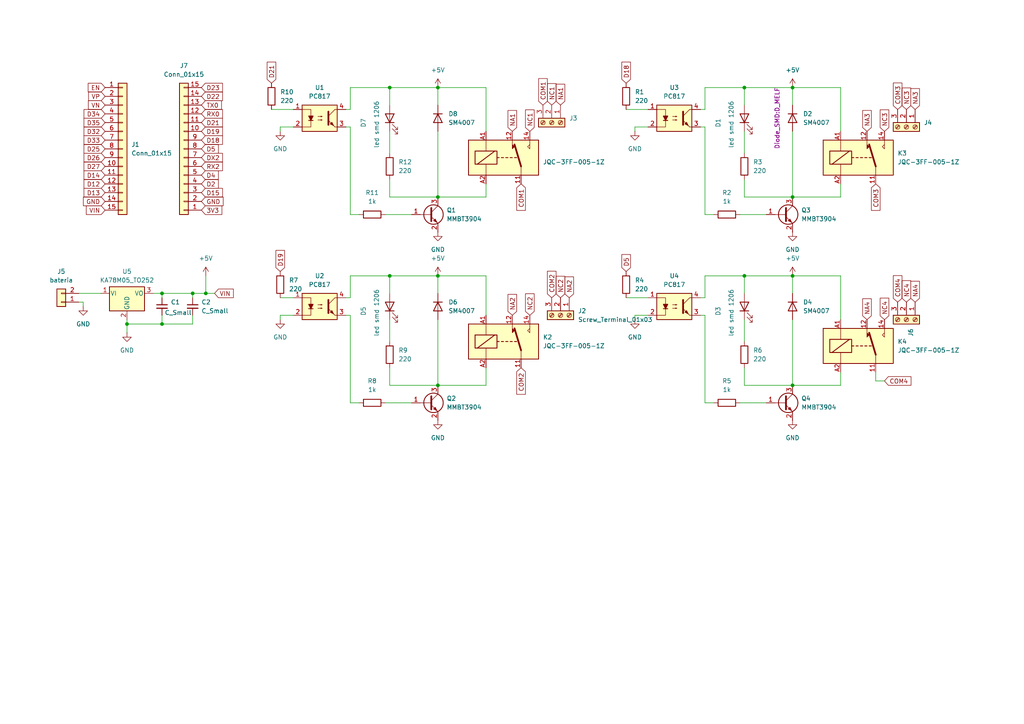
<source format=kicad_sch>
(kicad_sch (version 20250114) (generator "eeschema") (generator_version "9.0")
  (paper "A4")
  (lib_symbols
    (symbol "Connector:Screw_Terminal_01x03" (pin_names (offset 1.016) (hide yes))
      (property "Reference" "J" (at 0 5.08 0))
      (property "Value" "Screw_Terminal_01x03" (at 0 -5.08 0))
      (symbol "Screw_Terminal_01x03_1_1"
        (rectangle (start -1.27 3.81) (end 1.27 -3.81) (stroke (width 0.254)) (fill (type background)))
        (polyline (pts (xy -0.5334 2.8702) (xy 0.3302 2.032)) (stroke (width 0.1524)))
        (polyline (pts (xy -0.5334 0.3302) (xy 0.3302 -0.508)) (stroke (width 0.1524)))
        (polyline (pts (xy -0.5334 -2.2098) (xy 0.3302 -3.048)) (stroke (width 0.1524)))
        (polyline (pts (xy -0.3556 3.048) (xy 0.508 2.2098)) (stroke (width 0.1524)))
        (polyline (pts (xy -0.3556 0.508) (xy 0.508 -0.3302)) (stroke (width 0.1524)))
        (polyline (pts (xy -0.3556 -2.032) (xy 0.508 -2.8702)) (stroke (width 0.1524)))
        (circle (center 0 2.54) (radius 0.635) (stroke (width 0.1524)))
        (circle (center 0 0) (radius 0.635) (stroke (width 0.1524)))
        (circle (center 0 -2.54) (radius 0.635) (stroke (width 0.1524)))
        (pin passive line (at -5.08 2.54 0) (length 3.81) (name "Pin_1") (number "1"))
        (pin passive line (at -5.08 0 0) (length 3.81) (name "Pin_2") (number "2"))
        (pin passive line (at -5.08 -2.54 0) (length 3.81) (name "Pin_3") (number "3"))
      )
    )
    (symbol "Connector_Generic:Conn_01x02" (pin_names (offset 1.016) (hide yes))
      (property "Reference" "J" (at 0 2.54 0))
      (property "Value" "Conn_01x02" (at 0 -5.08 0))
      (symbol "Conn_01x02_1_1"
        (rectangle (start -1.27 1.27) (end 1.27 -3.81) (stroke (width 0.254)) (fill (type background)))
        (rectangle (start -1.27 0.127) (end 0 -0.127) (stroke (width 0.1524)))
        (rectangle (start -1.27 -2.413) (end 0 -2.667) (stroke (width 0.1524)))
        (pin passive line (at -5.08 0 0) (length 3.81) (name "Pin_1") (number "1"))
        (pin passive line (at -5.08 -2.54 0) (length 3.81) (name "Pin_2") (number "2"))
      )
    )
    (symbol "Connector_Generic:Conn_01x15" (pin_names (offset 1.016) (hide yes))
      (property "Reference" "J" (at 0 20.32 0))
      (property "Value" "Conn_01x15" (at 0 -20.32 0))
      (symbol "Conn_01x15_1_1"
        (rectangle (start -1.27 19.05) (end 1.27 -19.05) (stroke (width 0.254)) (fill (type background)))
        (rectangle (start -1.27 17.907) (end 0 17.653) (stroke (width 0.1524)))
        (rectangle (start -1.27 15.367) (end 0 15.113) (stroke (width 0.1524)))
        (rectangle (start -1.27 12.827) (end 0 12.573) (stroke (width 0.1524)))
        (rectangle (start -1.27 10.287) (end 0 10.033) (stroke (width 0.1524)))
        (rectangle (start -1.27 7.747) (end 0 7.493) (stroke (width 0.1524)))
        (rectangle (start -1.27 5.207) (end 0 4.953) (stroke (width 0.1524)))
        (rectangle (start -1.27 2.667) (end 0 2.413) (stroke (width 0.1524)))
        (rectangle (start -1.27 0.127) (end 0 -0.127) (stroke (width 0.1524)))
        (rectangle (start -1.27 -2.413) (end 0 -2.667) (stroke (width 0.1524)))
        (rectangle (start -1.27 -4.953) (end 0 -5.207) (stroke (width 0.1524)))
        (rectangle (start -1.27 -7.493) (end 0 -7.747) (stroke (width 0.1524)))
        (rectangle (start -1.27 -10.033) (end 0 -10.287) (stroke (width 0.1524)))
        (rectangle (start -1.27 -12.573) (end 0 -12.827) (stroke (width 0.1524)))
        (rectangle (start -1.27 -15.113) (end 0 -15.367) (stroke (width 0.1524)))
        (rectangle (start -1.27 -17.653) (end 0 -17.907) (stroke (width 0.1524)))
        (pin passive line (at -5.08 17.78 0) (length 3.81) (name "Pin_1") (number "1"))
        (pin passive line (at -5.08 15.24 0) (length 3.81) (name "Pin_2") (number "2"))
        (pin passive line (at -5.08 12.7 0) (length 3.81) (name "Pin_3") (number "3"))
        (pin passive line (at -5.08 10.16 0) (length 3.81) (name "Pin_4") (number "4"))
        (pin passive line (at -5.08 7.62 0) (length 3.81) (name "Pin_5") (number "5"))
        (pin passive line (at -5.08 5.08 0) (length 3.81) (name "Pin_6") (number "6"))
        (pin passive line (at -5.08 2.54 0) (length 3.81) (name "Pin_7") (number "7"))
        (pin passive line (at -5.08 0 0) (length 3.81) (name "Pin_8") (number "8"))
        (pin passive line (at -5.08 -2.54 0) (length 3.81) (name "Pin_9") (number "9"))
        (pin passive line (at -5.08 -5.08 0) (length 3.81) (name "Pin_10") (number "10"))
        (pin passive line (at -5.08 -7.62 0) (length 3.81) (name "Pin_11") (number "11"))
        (pin passive line (at -5.08 -10.16 0) (length 3.81) (name "Pin_12") (number "12"))
        (pin passive line (at -5.08 -12.7 0) (length 3.81) (name "Pin_13") (number "13"))
        (pin passive line (at -5.08 -15.24 0) (length 3.81) (name "Pin_14") (number "14"))
        (pin passive line (at -5.08 -17.78 0) (length 3.81) (name "Pin_15") (number "15"))
      )
    )
    (symbol "Device:C_Small" (pin_numbers (hide yes)) (pin_names (offset 0.254) (hide yes))
      (property "Reference" "C" (at 0.254 1.778 0))
      (property "Value" "C_Small" (at 0.254 -2.032 0))
      (symbol "C_Small_0_1"
        (polyline (pts (xy -1.524 0.508) (xy 1.524 0.508)) (stroke (width 0.3048)))
        (polyline (pts (xy -1.524 -0.508) (xy 1.524 -0.508)) (stroke (width 0.3302)))
      )
      (symbol "C_Small_1_1"
        (pin passive line (at 0 2.54 270) (length 2.032) (name "~") (number "1"))
        (pin passive line (at 0 -2.54 90) (length 2.032) (name "~") (number "2"))
      )
    )
    (symbol "Device:R" (pin_numbers (hide yes)) (pin_names (offset 0))
      (property "Reference" "R" (at 2.032 0 90))
      (property "Value" "R" (at 0 0 90))
      (symbol "R_0_1"
        (rectangle (start -1.016 -2.54) (end 1.016 2.54) (stroke (width 0.254)))
      )
      (symbol "R_1_1"
        (pin passive line (at 0 3.81 270) (length 1.27) (name "~") (number "1"))
        (pin passive line (at 0 -3.81 90) (length 1.27) (name "~") (number "2"))
      )
    )
    (symbol "Diode:SM4007" (pin_numbers (hide yes)) (pin_names (hide yes))
      (property "Reference" "D" (at 0 2.54 0))
      (property "Value" "SM4007" (at 0 -2.54 0))
      (symbol "SM4007_0_1"
        (polyline (pts (xy -1.27 1.27) (xy -1.27 -1.27)) (stroke (width 0.254)))
        (polyline (pts (xy 1.27 1.27) (xy 1.27 -1.27) (xy -1.27 0) (xy 1.27 1.27)) (stroke (width 0.254)))
        (polyline (pts (xy 1.27 0) (xy -1.27 0)))
      )
      (symbol "SM4007_1_1"
        (pin passive line (at -3.81 0 0) (length 2.54) (name "K") (number "1"))
        (pin passive line (at 3.81 0 180) (length 2.54) (name "A") (number "2"))
      )
    )
    (symbol "EESTN5:PC817" (pin_names (offset 1.016))
      (property "Reference" "U" (at -5.08 5.08 0))
      (property "Value" "PC817" (at 0 5.08 0))
      (symbol "PC817_0_1"
        (rectangle (start -5.08 3.81) (end 5.08 -3.81) (stroke (width 0.254)) (fill (type background)))
        (polyline (pts (xy -5.08 2.54) (xy -2.54 2.54) (xy -2.54 0.635)))
        (polyline (pts (xy -3.175 -0.635) (xy -1.905 -0.635)) (stroke (width 0.254)))
        (polyline (pts (xy -2.54 -0.635) (xy -2.54 -2.54) (xy -5.08 -2.54)))
        (polyline (pts (xy -2.54 -0.635) (xy -3.175 0.635) (xy -1.905 0.635) (xy -2.54 -0.635)) (stroke (width 0.254)) (fill (type outline)))
        (polyline (pts (xy -0.508 0.508) (xy 0.762 0.508) (xy 0.381 0.381) (xy 0.381 0.635) (xy 0.762 0.508)))
        (polyline (pts (xy -0.508 -0.508) (xy 0.762 -0.508) (xy 0.381 -0.635) (xy 0.381 -0.381) (xy 0.762 -0.508)))
        (polyline (pts (xy 2.54 1.905) (xy 2.54 -1.905) (xy 2.54 -1.905)) (stroke (width 0.508)))
        (polyline (pts (xy 2.54 0.635) (xy 4.445 2.54)))
        (polyline (pts (xy 3.048 -1.651) (xy 3.556 -1.143) (xy 4.064 -2.159) (xy 3.048 -1.651) (xy 3.048 -1.651)) (fill (type outline)))
        (polyline (pts (xy 4.445 2.54) (xy 5.08 2.54)))
        (polyline (pts (xy 4.445 -2.54) (xy 2.54 -0.635)) (fill (type outline)))
        (polyline (pts (xy 4.445 -2.54) (xy 5.08 -2.54)))
      )
      (symbol "PC817_1_1"
        (pin passive line (at -7.62 2.54 0) (length 2.54) (name "~") (number "1"))
        (pin passive line (at -7.62 -2.54 0) (length 2.54) (name "~") (number "2"))
        (pin passive line (at 7.62 2.54 180) (length 2.54) (name "~") (number "4"))
        (pin passive line (at 7.62 -2.54 180) (length 2.54) (name "~") (number "3"))
      )
    )
    (symbol "LED:IR26-21C_L110_TR8" (pin_numbers (hide yes)) (pin_names (offset 1.016) (hide yes))
      (property "Reference" "D" (at 0 2.54 0))
      (property "Value" "IR26-21C_L110_TR8" (at 0 -3.81 0))
      (symbol "IR26-21C_L110_TR8_0_1"
        (polyline (pts (xy -3.048 -0.762) (xy -4.572 -2.286) (xy -3.81 -2.286) (xy -4.572 -2.286) (xy -4.572 -1.524)))
        (polyline (pts (xy -1.778 -0.762) (xy -3.302 -2.286) (xy -2.54 -2.286) (xy -3.302 -2.286) (xy -3.302 -1.524)))
        (polyline (pts (xy -1.27 0) (xy 1.27 0)))
        (polyline (pts (xy -1.27 -1.27) (xy -1.27 1.27)) (stroke (width 0.254)))
        (polyline (pts (xy 1.27 -1.27) (xy 1.27 1.27) (xy -1.27 0) (xy 1.27 -1.27)) (stroke (width 0.254)))
      )
      (symbol "IR26-21C_L110_TR8_1_1"
        (pin passive line (at -3.81 0 0) (length 2.54) (name "K") (number "1"))
        (pin passive line (at 3.81 0 180) (length 2.54) (name "A") (number "2"))
      )
    )
    (symbol "Regulator_Linear:KA78M05_TO252" (pin_names (offset 0.254))
      (property "Reference" "U" (at -3.81 3.175 0))
      (property "Value" "KA78M05_TO252" (at 0 3.175 0))
      (symbol "KA78M05_TO252_0_1"
        (rectangle (start -5.08 1.905) (end 5.08 -5.08) (stroke (width 0.254)) (fill (type background)))
      )
      (symbol "KA78M05_TO252_1_1"
        (pin power_in line (at -7.62 0 0) (length 2.54) (name "VI") (number "1"))
        (pin power_in line (at 0 -7.62 90) (length 2.54) (name "GND") (number "2"))
        (pin power_out line (at 7.62 0 180) (length 2.54) (name "VO") (number "3"))
      )
    )
    (symbol "Relay:JQC-3FF-005-1Z"
      (property "Reference" "K" (at 11.43 3.81 0))
      (property "Value" "JQC-3FF-005-1Z" (at 11.43 1.27 0))
      (symbol "JQC-3FF-005-1Z_0_0"
        (polyline (pts (xy 7.62 5.08) (xy 7.62 2.54) (xy 6.985 3.175) (xy 7.62 3.81)))
      )
      (symbol "JQC-3FF-005-1Z_0_1"
        (rectangle (start -10.16 5.08) (end 10.16 -5.08) (stroke (width 0.254)) (fill (type background)))
        (rectangle (start -8.255 1.905) (end -1.905 -1.905) (stroke (width 0.254)))
        (polyline (pts (xy -7.62 -1.905) (xy -2.54 1.905)) (stroke (width 0.254)))
        (polyline (pts (xy -5.08 5.08) (xy -5.08 1.905)))
        (polyline (pts (xy -5.08 -5.08) (xy -5.08 -1.905)))
        (polyline (pts (xy -1.905 0) (xy -1.27 0)) (stroke (width 0.254)))
        (polyline (pts (xy -0.635 0) (xy 0 0)) (stroke (width 0.254)))
        (polyline (pts (xy 0.635 0) (xy 1.27 0)) (stroke (width 0.254)))
        (polyline (pts (xy 1.905 0) (xy 2.54 0)) (stroke (width 0.254)))
        (polyline (pts (xy 2.54 5.08) (xy 2.54 2.54) (xy 3.175 3.175) (xy 2.54 3.81)) (fill (type outline)))
        (polyline (pts (xy 3.175 0) (xy 3.81 0)) (stroke (width 0.254)))
        (polyline (pts (xy 5.08 -2.54) (xy 3.175 3.81)) (stroke (width 0.508)))
        (polyline (pts (xy 5.08 -2.54) (xy 5.08 -5.08)))
      )
      (symbol "JQC-3FF-005-1Z_1_1"
        (pin passive line (at -5.08 7.62 270) (length 2.54) (name "~") (number "A1"))
        (pin passive line (at -5.08 -7.62 90) (length 2.54) (name "~") (number "A2"))
        (pin passive line (at 2.54 7.62 270) (length 2.54) (name "~") (number "12"))
        (pin passive line (at 5.08 -7.62 90) (length 2.54) (name "~") (number "11"))
        (pin passive line (at 7.62 7.62 270) (length 2.54) (name "~") (number "14"))
      )
    )
    (symbol "Transistor_BJT:BC847" (pin_names (offset 0) (hide yes))
      (property "Reference" "Q" (at 5.08 1.905 0))
      (property "Value" "BC847" (at 5.08 0 0))
      (symbol "BC847_0_1"
        (polyline (pts (xy -2.54 0) (xy 0.635 0)))
        (polyline (pts (xy 0.635 1.905) (xy 0.635 -1.905)) (stroke (width 0.508)))
        (circle (center 1.27 0) (radius 2.8194) (stroke (width 0.254)))
      )
      (symbol "BC847_1_1"
        (polyline (pts (xy 0.635 0.635) (xy 2.54 2.54)))
        (polyline (pts (xy 0.635 -0.635) (xy 2.54 -2.54)))
        (polyline (pts (xy 1.27 -1.778) (xy 1.778 -1.27) (xy 2.286 -2.286) (xy 1.27 -1.778)) (fill (type outline)))
        (pin input line (at -5.08 0 0) (length 2.54) (name "B") (number "1"))
        (pin passive line (at 2.54 5.08 270) (length 2.54) (name "C") (number "3"))
        (pin passive line (at 2.54 -5.08 90) (length 2.54) (name "E") (number "2"))
      )
    )
    (symbol "power:+5V" (power) (pin_numbers (hide yes)) (pin_names (offset 0) (hide yes))
      (property "Value" "+5V" (at 0 3.556 0))
      (symbol "+5V_0_1"
        (polyline (pts (xy -0.762 1.27) (xy 0 2.54)))
        (polyline (pts (xy 0 2.54) (xy 0.762 1.27)))
        (polyline (pts (xy 0 0) (xy 0 2.54)))
      )
      (symbol "+5V_1_1"
        (pin power_in line (at 0 0 90) (length 0) (name "~") (number "1"))
      )
    )
    (symbol "power:GND" (power) (pin_numbers (hide yes)) (pin_names (offset 0) (hide yes))
      (property "Value" "GND" (at 0 -3.81 0))
      (symbol "GND_0_1"
        (polyline (pts (xy 0 0) (xy 0 -1.27) (xy 1.27 -1.27) (xy 0 -2.54) (xy -1.27 -1.27) (xy 0 -1.27)))
      )
      (symbol "GND_1_1"
        (pin power_in line (at 0 0 270) (length 0) (name "~") (number "1"))
      )
    )
  )
  (junction (at 113.03 25.4))
  (junction (at 229.87 80.01))
  (junction (at 215.9 80.01))
  (junction (at 113.03 80.01))
  (junction (at 215.9 25.4))
  (junction (at 46.99 85.09))
  (junction (at 127 25.4))
  (junction (at 55.88 85.09))
  (junction (at 229.87 111.76))
  (junction (at 229.87 57.15))
  (junction (at 127 111.76))
  (junction (at 46.99 93.98))
  (junction (at 36.83 93.98))
  (junction (at 127 80.01))
  (junction (at 59.69 85.09))
  (junction (at 229.87 25.4))
  (junction (at 127 57.15))
  (wire (pts (xy 55.88 93.98) (xy 55.88 91.44)))
  (wire (pts (xy 113.03 57.15) (xy 127 57.15)))
  (wire (pts (xy 243.84 25.4) (xy 243.84 38.1)))
  (wire (pts (xy 184.15 91.44) (xy 184.15 92.71)))
  (wire (pts (xy 46.99 85.09) (xy 55.88 85.09)))
  (wire (pts (xy 243.84 53.34) (xy 243.84 57.15)))
  (wire (pts (xy 113.03 38.1) (xy 113.03 44.45)))
  (wire (pts (xy 181.61 31.75) (xy 187.96 31.75)))
  (wire (pts (xy 229.87 38.1) (xy 229.87 57.15)))
  (wire (pts (xy 113.03 106.68) (xy 113.03 111.76)))
  (wire (pts (xy 81.28 36.83) (xy 81.28 38.1)))
  (wire (pts (xy 78.74 31.75) (xy 85.09 31.75)))
  (wire (pts (xy 229.87 30.48) (xy 229.87 25.4)))
  (wire (pts (xy 215.9 85.09) (xy 215.9 80.01)))
  (wire (pts (xy 187.96 36.83) (xy 184.15 36.83)))
  (wire (pts (xy 113.03 85.09) (xy 113.03 80.01)))
  (wire (pts (xy 204.47 25.4) (xy 204.47 31.75)))
  (wire (pts (xy 36.83 93.98) (xy 46.99 93.98)))
  (wire (pts (xy 229.87 80.01) (xy 243.84 80.01)))
  (wire (pts (xy 24.13 87.63) (xy 24.13 88.9)))
  (wire (pts (xy 46.99 93.98) (xy 55.88 93.98)))
  (wire (pts (xy 215.9 52.07) (xy 215.9 57.15)))
  (wire (pts (xy 215.9 57.15) (xy 229.87 57.15)))
  (wire (pts (xy 243.84 107.95) (xy 243.84 111.76)))
  (wire (pts (xy 127 85.09) (xy 127 80.01)))
  (wire (pts (xy 204.47 62.23) (xy 207.01 62.23)))
  (wire (pts (xy 113.03 111.76) (xy 127 111.76)))
  (wire (pts (xy 100.33 86.36) (xy 101.6 86.36)))
  (wire (pts (xy 229.87 25.4) (xy 243.84 25.4)))
  (wire (pts (xy 85.09 36.83) (xy 81.28 36.83)))
  (wire (pts (xy 100.33 31.75) (xy 101.6 31.75)))
  (wire (pts (xy 113.03 80.01) (xy 101.6 80.01)))
  (wire (pts (xy 55.88 86.36) (xy 55.88 85.09)))
  (wire (pts (xy 215.9 80.01) (xy 229.87 80.01)))
  (wire (pts (xy 127 57.15) (xy 140.97 57.15)))
  (wire (pts (xy 229.87 57.15) (xy 243.84 57.15)))
  (wire (pts (xy 113.03 30.48) (xy 113.03 25.4)))
  (wire (pts (xy 184.15 36.83) (xy 184.15 38.1)))
  (wire (pts (xy 203.2 31.75) (xy 204.47 31.75)))
  (wire (pts (xy 215.9 111.76) (xy 229.87 111.76)))
  (wire (pts (xy 111.76 116.84) (xy 119.38 116.84)))
  (wire (pts (xy 187.96 91.44) (xy 184.15 91.44)))
  (wire (pts (xy 203.2 36.83) (xy 204.47 36.83)))
  (wire (pts (xy 85.09 91.44) (xy 81.28 91.44)))
  (wire (pts (xy 59.69 80.01) (xy 59.69 85.09)))
  (wire (pts (xy 215.9 106.68) (xy 215.9 111.76)))
  (wire (pts (xy 215.9 30.48) (xy 215.9 25.4)))
  (wire (pts (xy 101.6 80.01) (xy 101.6 86.36)))
  (wire (pts (xy 243.84 80.01) (xy 243.84 92.71)))
  (wire (pts (xy 181.61 86.36) (xy 187.96 86.36)))
  (wire (pts (xy 204.47 36.83) (xy 204.47 62.23)))
  (wire (pts (xy 81.28 91.44) (xy 81.28 92.71)))
  (wire (pts (xy 22.86 87.63) (xy 24.13 87.63)))
  (wire (pts (xy 101.6 62.23) (xy 104.14 62.23)))
  (wire (pts (xy 101.6 116.84) (xy 104.14 116.84)))
  (wire (pts (xy 59.69 85.09) (xy 62.23 85.09)))
  (wire (pts (xy 214.63 116.84) (xy 222.25 116.84)))
  (wire (pts (xy 203.2 91.44) (xy 204.47 91.44)))
  (wire (pts (xy 113.03 25.4) (xy 127 25.4)))
  (wire (pts (xy 204.47 91.44) (xy 204.47 116.84)))
  (wire (pts (xy 127 38.1) (xy 127 57.15)))
  (wire (pts (xy 214.63 62.23) (xy 222.25 62.23)))
  (wire (pts (xy 256.54 110.49) (xy 254 110.49)))
  (wire (pts (xy 140.97 80.01) (xy 140.97 91.44)))
  (wire (pts (xy 101.6 25.4) (xy 101.6 31.75)))
  (wire (pts (xy 140.97 25.4) (xy 140.97 38.1)))
  (wire (pts (xy 36.83 96.52) (xy 36.83 93.98)))
  (wire (pts (xy 215.9 25.4) (xy 229.87 25.4)))
  (wire (pts (xy 81.28 86.36) (xy 85.09 86.36)))
  (wire (pts (xy 100.33 36.83) (xy 101.6 36.83)))
  (wire (pts (xy 229.87 111.76) (xy 243.84 111.76)))
  (wire (pts (xy 215.9 80.01) (xy 204.47 80.01)))
  (wire (pts (xy 203.2 86.36) (xy 204.47 86.36)))
  (wire (pts (xy 229.87 85.09) (xy 229.87 80.01)))
  (wire (pts (xy 127 111.76) (xy 140.97 111.76)))
  (wire (pts (xy 44.45 85.09) (xy 46.99 85.09)))
  (wire (pts (xy 22.86 85.09) (xy 29.21 85.09)))
  (wire (pts (xy 140.97 106.68) (xy 140.97 111.76)))
  (wire (pts (xy 113.03 52.07) (xy 113.03 57.15)))
  (wire (pts (xy 101.6 36.83) (xy 101.6 62.23)))
  (wire (pts (xy 215.9 25.4) (xy 204.47 25.4)))
  (wire (pts (xy 127 80.01) (xy 140.97 80.01)))
  (wire (pts (xy 113.03 25.4) (xy 101.6 25.4)))
  (wire (pts (xy 127 30.48) (xy 127 25.4)))
  (wire (pts (xy 113.03 80.01) (xy 127 80.01)))
  (wire (pts (xy 215.9 38.1) (xy 215.9 44.45)))
  (wire (pts (xy 111.76 62.23) (xy 119.38 62.23)))
  (wire (pts (xy 101.6 91.44) (xy 101.6 116.84)))
  (wire (pts (xy 127 92.71) (xy 127 111.76)))
  (wire (pts (xy 229.87 92.71) (xy 229.87 111.76)))
  (wire (pts (xy 100.33 91.44) (xy 101.6 91.44)))
  (wire (pts (xy 140.97 53.34) (xy 140.97 57.15)))
  (wire (pts (xy 254 110.49) (xy 254 107.95)))
  (wire (pts (xy 113.03 92.71) (xy 113.03 99.06)))
  (wire (pts (xy 55.88 85.09) (xy 59.69 85.09)))
  (wire (pts (xy 46.99 86.36) (xy 46.99 85.09)))
  (wire (pts (xy 36.83 93.98) (xy 36.83 92.71)))
  (wire (pts (xy 204.47 80.01) (xy 204.47 86.36)))
  (wire (pts (xy 215.9 92.71) (xy 215.9 99.06)))
  (wire (pts (xy 127 25.4) (xy 140.97 25.4)))
  (wire (pts (xy 204.47 116.84) (xy 207.01 116.84)))
  (wire (pts (xy 46.99 91.44) (xy 46.99 93.98)))
  (global_label "NA3" (shape input) (at 251.46 38.1 90) (property "Intersheetrefs" "${INTERSHEET_REFS}" (effects (hide yes))))
  (global_label "NC3" (shape input) (at 262.89 31.75 90) (property "Intersheetrefs" "${INTERSHEET_REFS}" (effects (hide yes))))
  (global_label "NA4" (shape input) (at 265.43 87.63 90) (property "Intersheetrefs" "${INTERSHEET_REFS}" (effects (hide yes))))
  (global_label "COM1" (shape input) (at 157.48 30.48 90) (property "Intersheetrefs" "${INTERSHEET_REFS}" (effects (hide yes))))
  (global_label "D19" (shape input) (at 58.42 38.1 0) (property "Intersheetrefs" "${INTERSHEET_REFS}" (effects (hide yes))))
  (global_label "NA4" (shape input) (at 251.46 92.71 90) (property "Intersheetrefs" "${INTERSHEET_REFS}" (effects (hide yes))))
  (global_label "RX2" (shape input) (at 58.42 48.26 0) (property "Intersheetrefs" "${INTERSHEET_REFS}" (effects (hide yes))))
  (global_label "D19" (shape input) (at 81.28 78.74 90) (property "Intersheetrefs" "${INTERSHEET_REFS}" (effects (hide yes))))
  (global_label "D14" (shape input) (at 30.48 50.8 180) (property "Intersheetrefs" "${INTERSHEET_REFS}" (effects (hide yes))))
  (global_label "NC1" (shape input) (at 160.02 30.48 90) (property "Intersheetrefs" "${INTERSHEET_REFS}" (effects (hide yes))))
  (global_label "D25" (shape input) (at 30.48 43.18 180) (property "Intersheetrefs" "${INTERSHEET_REFS}" (effects (hide yes))))
  (global_label "D33" (shape input) (at 30.48 40.64 180) (property "Intersheetrefs" "${INTERSHEET_REFS}" (effects (hide yes))))
  (global_label "D23" (shape input) (at 58.42 25.4 0) (property "Intersheetrefs" "${INTERSHEET_REFS}" (effects (hide yes))))
  (global_label "NC2" (shape input) (at 162.56 86.36 90) (property "Intersheetrefs" "${INTERSHEET_REFS}" (effects (hide yes))))
  (global_label "COM3" (shape input) (at 260.35 31.75 90) (property "Intersheetrefs" "${INTERSHEET_REFS}" (effects (hide yes))))
  (global_label "COM4" (shape input) (at 260.35 87.63 90) (property "Intersheetrefs" "${INTERSHEET_REFS}" (effects (hide yes))))
  (global_label "D32" (shape input) (at 30.48 38.1 180) (property "Intersheetrefs" "${INTERSHEET_REFS}" (effects (hide yes))))
  (global_label "D21" (shape input) (at 78.74 24.13 90) (property "Intersheetrefs" "${INTERSHEET_REFS}" (effects (hide yes))))
  (global_label "D34" (shape input) (at 30.48 33.02 180) (property "Intersheetrefs" "${INTERSHEET_REFS}" (effects (hide yes))))
  (global_label "NC2" (shape input) (at 153.67 91.44 90) (property "Intersheetrefs" "${INTERSHEET_REFS}" (effects (hide yes))))
  (global_label "DX2" (shape input) (at 58.42 45.72 0) (property "Intersheetrefs" "${INTERSHEET_REFS}" (effects (hide yes))))
  (global_label "D18" (shape input) (at 58.42 40.64 0) (property "Intersheetrefs" "${INTERSHEET_REFS}" (effects (hide yes))))
  (global_label "D35" (shape input) (at 30.48 35.56 180) (property "Intersheetrefs" "${INTERSHEET_REFS}" (effects (hide yes))))
  (global_label "NC4" (shape input) (at 262.89 87.63 90) (property "Intersheetrefs" "${INTERSHEET_REFS}" (effects (hide yes))))
  (global_label "D21" (shape input) (at 58.42 35.56 0) (property "Intersheetrefs" "${INTERSHEET_REFS}" (effects (hide yes))))
  (global_label "VIN" (shape input) (at 62.23 85.09 0) (property "Intersheetrefs" "${INTERSHEET_REFS}" (effects (hide yes))))
  (global_label "D5" (shape input) (at 58.42 43.18 0) (property "Intersheetrefs" "${INTERSHEET_REFS}" (effects (hide yes))))
  (global_label "D18" (shape input) (at 181.61 24.13 90) (property "Intersheetrefs" "${INTERSHEET_REFS}" (effects (hide yes))))
  (global_label "NA3" (shape input) (at 265.43 31.75 90) (property "Intersheetrefs" "${INTERSHEET_REFS}" (effects (hide yes))))
  (global_label "NC3" (shape input) (at 256.54 38.1 90) (property "Intersheetrefs" "${INTERSHEET_REFS}" (effects (hide yes))))
  (global_label "NA1" (shape input) (at 162.56 30.48 90) (property "Intersheetrefs" "${INTERSHEET_REFS}" (effects (hide yes))))
  (global_label "VIN" (shape input) (at 30.48 60.96 180) (property "Intersheetrefs" "${INTERSHEET_REFS}" (effects (hide yes))))
  (global_label "VN" (shape input) (at 30.48 30.48 180) (property "Intersheetrefs" "${INTERSHEET_REFS}" (effects (hide yes))))
  (global_label "NC4" (shape input) (at 256.54 92.71 90) (property "Intersheetrefs" "${INTERSHEET_REFS}" (effects (hide yes))))
  (global_label "NA2" (shape input) (at 165.1 86.36 90) (property "Intersheetrefs" "${INTERSHEET_REFS}" (effects (hide yes))))
  (global_label "EN" (shape input) (at 30.48 25.4 180) (property "Intersheetrefs" "${INTERSHEET_REFS}" (effects (hide yes))))
  (global_label "D15" (shape input) (at 58.42 55.88 0) (property "Intersheetrefs" "${INTERSHEET_REFS}" (effects (hide yes))))
  (global_label "COM1" (shape input) (at 151.13 53.34 270) (property "Intersheetrefs" "${INTERSHEET_REFS}" (effects (hide yes))))
  (global_label "COM3" (shape input) (at 254 53.34 270) (property "Intersheetrefs" "${INTERSHEET_REFS}" (effects (hide yes))))
  (global_label "D12" (shape input) (at 30.48 53.34 180) (property "Intersheetrefs" "${INTERSHEET_REFS}" (effects (hide yes))))
  (global_label "D2" (shape input) (at 58.42 53.34 0) (property "Intersheetrefs" "${INTERSHEET_REFS}" (effects (hide yes))))
  (global_label "NA2" (shape input) (at 148.59 91.44 90) (property "Intersheetrefs" "${INTERSHEET_REFS}" (effects (hide yes))))
  (global_label "COM2" (shape input) (at 160.02 86.36 90) (property "Intersheetrefs" "${INTERSHEET_REFS}" (effects (hide yes))))
  (global_label "D5" (shape input) (at 181.61 78.74 90) (property "Intersheetrefs" "${INTERSHEET_REFS}" (effects (hide yes))))
  (global_label "NA1" (shape input) (at 148.59 38.1 90) (property "Intersheetrefs" "${INTERSHEET_REFS}" (effects (hide yes))))
  (global_label "RX0" (shape input) (at 58.42 33.02 0) (property "Intersheetrefs" "${INTERSHEET_REFS}" (effects (hide yes))))
  (global_label "3V3" (shape input) (at 58.42 60.96 0) (property "Intersheetrefs" "${INTERSHEET_REFS}" (effects (hide yes))))
  (global_label "D13" (shape input) (at 30.48 55.88 180) (property "Intersheetrefs" "${INTERSHEET_REFS}" (effects (hide yes))))
  (global_label "COM2" (shape input) (at 151.13 106.68 270) (property "Intersheetrefs" "${INTERSHEET_REFS}" (effects (hide yes))))
  (global_label "TX0" (shape input) (at 58.42 30.48 0) (property "Intersheetrefs" "${INTERSHEET_REFS}" (effects (hide yes))))
  (global_label "D26" (shape input) (at 30.48 45.72 180) (property "Intersheetrefs" "${INTERSHEET_REFS}" (effects (hide yes))))
  (global_label "D4" (shape input) (at 58.42 50.8 0) (property "Intersheetrefs" "${INTERSHEET_REFS}" (effects (hide yes))))
  (global_label "D27" (shape input) (at 30.48 48.26 180) (property "Intersheetrefs" "${INTERSHEET_REFS}" (effects (hide yes))))
  (global_label "COM4" (shape input) (at 256.54 110.49 0) (property "Intersheetrefs" "${INTERSHEET_REFS}" (effects (hide yes))))
  (global_label "GND" (shape input) (at 58.42 58.42 0) (property "Intersheetrefs" "${INTERSHEET_REFS}" (effects (hide yes))))
  (global_label "VP" (shape input) (at 30.48 27.94 180) (property "Intersheetrefs" "${INTERSHEET_REFS}" (effects (hide yes))))
  (global_label "D22" (shape input) (at 58.42 27.94 0) (property "Intersheetrefs" "${INTERSHEET_REFS}" (effects (hide yes))))
  (global_label "GND" (shape input) (at 30.48 58.42 180) (property "Intersheetrefs" "${INTERSHEET_REFS}" (effects (hide yes))))
  (global_label "NC1" (shape input) (at 153.67 38.1 90) (property "Intersheetrefs" "${INTERSHEET_REFS}" (effects (hide yes))))
  (symbol (lib_id "Device:R") (at 210.82 116.84 90) (unit 1)
    (property "Reference" "R5" (at 210.82 110.49 90))
    (property "Value" "1k" (at 210.82 113.03 90))
    (property "Footprint" "Resistor_SMD:R_0805_2012Metric" (effects (hide yes)))
    (property "Description" "Resistor" (effects (hide yes)))
  )
  (symbol (lib_id "power:GND") (at 81.28 92.71 0) (unit 1)
    (property "Reference" "#PWR07" (effects (hide yes)))
    (property "Value" "GND" (at 81.28 97.79 0))
    (property "Description" "Power symbol creates a global label with name \"GND\" , ground" (effects (hide yes)))
  )
  (symbol (lib_id "EESTN5:PC817") (at 92.71 88.9 0) (unit 1)
    (property "Reference" "U2" (at 92.71 80.01 0))
    (property "Value" "PC817" (at 92.71 82.55 0))
    (property "Footprint" "PC817SMD:SOIC254P1000X400-4N" (effects (hide yes)))
    (property "Datasheet" "http://www.soselectronic.cz/a_info/resource/d/pc817.pdf" (effects (hide yes)))
    (property "Description" "DC Optocoupler, Vce 35V, CTR 50-300%, DIP4" (effects (hide yes)))
  )
  (symbol (lib_id "EESTN5:PC817") (at 92.71 34.29 0) (unit 1)
    (property "Reference" "U1" (at 92.71 25.4 0))
    (property "Value" "PC817" (at 92.71 27.94 0))
    (property "Footprint" "PC817SMD:SOIC254P1000X400-4N" (effects (hide yes)))
    (property "Datasheet" "http://www.soselectronic.cz/a_info/resource/d/pc817.pdf" (effects (hide yes)))
    (property "Description" "DC Optocoupler, Vce 35V, CTR 50-300%, DIP4" (effects (hide yes)))
  )
  (symbol (lib_id "power:GND") (at 229.87 67.31 0) (unit 1)
    (property "Reference" "#PWR02" (effects (hide yes)))
    (property "Value" "GND" (at 229.87 72.39 0))
    (property "Description" "Power symbol creates a global label with name \"GND\" , ground" (effects (hide yes)))
  )
  (symbol (lib_id "Transistor_BJT:BC847") (at 124.46 116.84 0) (unit 1)
    (property "Reference" "Q2" (at 129.54 115.5699 0) (effects (justify left)))
    (property "Value" "MMBT3904" (at 129.54 118.1099 0) (effects (justify left)))
    (property "Footprint" "Package_TO_SOT_SMD:SOT-23" (effects (hide yes)))
    (property "Datasheet" "http://www.infineon.com/dgdl/Infineon-BC847SERIES_BC848SERIES_BC849SERIES_BC850SERIES-DS-v01_01-en.pdf?fileId=db3a304314dca389011541d4630a1657" (effects (hide yes)))
    (property "Description" "0.1A Ic, 45V Vce, NPN Transistor, SOT-23" (effects (hide yes)))
  )
  (symbol (lib_id "LED:IR26-21C_L110_TR8") (at 215.9 34.29 90) (unit 1)
    (property "Reference" "D1" (at 208.28 34.29 0) (effects (justify right)))
    (property "Value" "led smd 1206" (at 212.09 29.21 0) (effects (justify right)))
    (property "Footprint" "LED_SMD:LED_1206_3216Metric" (effects (hide yes)))
    (property "Datasheet" "http://www.everlight.com/file/ProductFile/IR26-21C-L110-TR8.pdf" (effects (hide yes)))
    (property "Description" "940nm, 20 deg, Infrared LED, 1206" (effects (hide yes)))
  )
  (symbol (lib_id "Transistor_BJT:BC847") (at 227.33 62.23 0) (unit 1)
    (property "Reference" "Q3" (at 232.41 60.9599 0) (effects (justify left)))
    (property "Value" "MMBT3904" (at 232.41 63.4999 0) (effects (justify left)))
    (property "Footprint" "Package_TO_SOT_SMD:SOT-23" (effects (hide yes)))
    (property "Datasheet" "http://www.infineon.com/dgdl/Infineon-BC847SERIES_BC848SERIES_BC849SERIES_BC850SERIES-DS-v01_01-en.pdf?fileId=db3a304314dca389011541d4630a1657" (effects (hide yes)))
    (property "Description" "0.1A Ic, 45V Vce, NPN Transistor, SOT-23" (effects (hide yes)))
  )
  (symbol (lib_id "Device:R") (at 81.28 82.55 180) (unit 1)
    (property "Reference" "R7" (at 83.82 81.2799 0) (effects (justify right)))
    (property "Value" "220" (at 83.82 83.8199 0) (effects (justify right)))
    (property "Footprint" "Resistor_SMD:R_0805_2012Metric" (effects (hide yes)))
    (property "Description" "Resistor" (effects (hide yes)))
  )
  (symbol (lib_id "Connector:Screw_Terminal_01x03") (at 162.56 91.44 270) (unit 1)
    (property "Reference" "J2" (at 167.64 90.1699 90) (effects (justify left)))
    (property "Value" "Screw_Terminal_01x03" (at 167.64 92.7099 90) (effects (justify left)))
    (property "Footprint" "TerminalBlock:TerminalBlock_MaiXu_MX126-5.0-03P_1x03_P5.00mm" (effects (hide yes)))
    (property "Description" "Generic screw terminal, single row, 01x03, script generated (kicad-library-utils/schlib/autogen/connector/)" (effects (hide yes)))
  )
  (symbol (lib_id "Connector_Generic:Conn_01x15") (at 53.34 43.18 180) (unit 1)
    (property "Reference" "J7" (at 53.34 19.05 0))
    (property "Value" "Conn_01x15" (at 53.34 21.59 0))
    (property "Footprint" "Connector_PinHeader_2.54mm:PinHeader_1x15_P2.54mm_Vertical" (effects (hide yes)))
    (property "Description" "Generic connector, single row, 01x15, script generated (kicad-library-utils/schlib/autogen/connector/)" (effects (hide yes)))
  )
  (symbol (lib_id "power:+5V") (at 127 80.01 0) (unit 1)
    (property "Reference" "#PWR08" (effects (hide yes)))
    (property "Value" "+5V" (at 127 74.93 0))
    (property "Description" "Power symbol creates a global label with name \"+5V\"" (effects (hide yes)))
  )
  (symbol (lib_id "Device:R") (at 78.74 27.94 0) (unit 1)
    (property "Reference" "R10" (at 81.28 26.6699 0) (effects (justify left)))
    (property "Value" "220" (at 81.28 29.2099 0) (effects (justify left)))
    (property "Footprint" "Resistor_SMD:R_0805_2012Metric" (effects (hide yes)))
    (property "Description" "Resistor" (effects (hide yes)))
  )
  (symbol (lib_id "Diode:SM4007") (at 229.87 34.29 270) (unit 1)
    (property "Reference" "D2" (at 232.918 33.0199 90) (effects (justify left)))
    (property "Value" "SM4007" (at 232.918 35.5599 90) (effects (justify left)))
    (property "Footprint" "Diode_SMD:D_MELF" (at 225.425 34.29 0))
    (property "Datasheet" "http://cdn-reichelt.de/documents/datenblatt/A400/SMD1N400%23DIO.pdf" (effects (hide yes)))
    (property "Description" "1000V 1A General Purpose Rectifier Diode, MELF" (effects (hide yes)))
    (property "Sim.Device" "D" (effects (hide yes)))
    (property "Sim.Pins" "1=K 2=A" (effects (hide yes)))
  )
  (symbol (lib_id "Relay:JQC-3FF-005-1Z") (at 248.92 45.72 0) (unit 1)
    (property "Reference" "K3" (at 260.35 44.4499 0) (effects (justify left)))
    (property "Value" "JQC-3FF-005-1Z" (at 260.35 46.9899 0) (effects (justify left)))
    (property "Footprint" "Relay_THT:Relay_SPDT_Hongfa_JQC-3FF_0XX-1Z" (effects (hide yes)))
    (property "Datasheet" "https://www.digikey.com/htmldatasheets/production/2071105/0/0/1/JQC-3FF.pdf" (effects (hide yes)))
    (property "Description" "Subminiature High Power SPDT Relay, 5V Coil nom. 0.36W, 10A switching current, max 10A@277VAC/28VDC" (effects (hide yes)))
  )
  (symbol (lib_id "Device:C_Small") (at 55.88 88.9 0) (unit 1)
    (property "Reference" "C2" (at 58.42 87.6362 0) (effects (justify left)))
    (property "Value" "C_Small" (at 58.42 90.1762 0) (effects (justify left)))
    (property "Footprint" "Capacitor_THT:C_Axial_L5.1mm_D3.1mm_P10.00mm_Horizontal" (effects (hide yes)))
    (property "Description" "Unpolarized capacitor, small symbol" (effects (hide yes)))
  )
  (symbol (lib_id "Device:R") (at 210.82 62.23 90) (unit 1)
    (property "Reference" "R2" (at 210.82 55.88 90))
    (property "Value" "1k" (at 210.82 58.42 90))
    (property "Footprint" "Resistor_SMD:R_0805_2012Metric" (effects (hide yes)))
    (property "Description" "Resistor" (effects (hide yes)))
  )
  (symbol (lib_id "Diode:SM4007") (at 127 88.9 270) (unit 1)
    (property "Reference" "D6" (at 130.048 87.6299 90) (effects (justify left)))
    (property "Value" "SM4007" (at 130.048 90.1699 90) (effects (justify left)))
    (property "Footprint" "Diode_SMD:D_MELF" (effects (hide yes)))
    (property "Datasheet" "http://cdn-reichelt.de/documents/datenblatt/A400/SMD1N400%23DIO.pdf" (effects (hide yes)))
    (property "Description" "1000V 1A General Purpose Rectifier Diode, MELF" (effects (hide yes)))
    (property "Sim.Device" "D" (effects (hide yes)))
    (property "Sim.Pins" "1=K 2=A" (effects (hide yes)))
  )
  (symbol (lib_id "power:GND") (at 229.87 121.92 0) (unit 1)
    (property "Reference" "#PWR06" (effects (hide yes)))
    (property "Value" "GND" (at 229.87 127 0))
    (property "Description" "Power symbol creates a global label with name \"GND\" , ground" (effects (hide yes)))
  )
  (symbol (lib_id "power:+5V") (at 127 25.4 0) (unit 1)
    (property "Reference" "#PWR011" (effects (hide yes)))
    (property "Value" "+5V" (at 127 20.32 0))
    (property "Description" "Power symbol creates a global label with name \"+5V\"" (effects (hide yes)))
  )
  (symbol (lib_id "LED:IR26-21C_L110_TR8") (at 215.9 88.9 90) (unit 1)
    (property "Reference" "D3" (at 208.28 88.9 0) (effects (justify right)))
    (property "Value" "led smd 1206" (at 212.09 83.82 0) (effects (justify right)))
    (property "Footprint" "LED_SMD:LED_1206_3216Metric" (effects (hide yes)))
    (property "Datasheet" "http://www.everlight.com/file/ProductFile/IR26-21C-L110-TR8.pdf" (effects (hide yes)))
    (property "Description" "940nm, 20 deg, Infrared LED, 1206" (effects (hide yes)))
  )
  (symbol (lib_id "power:GND") (at 36.83 96.52 0) (unit 1)
    (property "Reference" "#PWR013" (effects (hide yes)))
    (property "Value" "GND" (at 36.83 101.6 0))
    (property "Description" "Power symbol creates a global label with name \"GND\" , ground" (effects (hide yes)))
  )
  (symbol (lib_id "Connector:Screw_Terminal_01x03") (at 160.02 35.56 270) (unit 1)
    (property "Reference" "J3" (at 165.1 34.2899 90) (effects (justify left)))
    (property "Value" "Screw_Terminal_01x03" (effects (hide yes)))
    (property "Footprint" "TerminalBlock:TerminalBlock_MaiXu_MX126-5.0-03P_1x03_P5.00mm" (effects (hide yes)))
    (property "Description" "Generic screw terminal, single row, 01x03, script generated (kicad-library-utils/schlib/autogen/connector/)" (effects (hide yes)))
  )
  (symbol (lib_id "Device:R") (at 181.61 82.55 180) (unit 1)
    (property "Reference" "R4" (at 184.15 81.2799 0) (effects (justify right)))
    (property "Value" "220" (at 184.15 83.8199 0) (effects (justify right)))
    (property "Footprint" "Resistor_SMD:R_0805_2012Metric" (effects (hide yes)))
    (property "Description" "Resistor" (effects (hide yes)))
  )
  (symbol (lib_id "Connector_Generic:Conn_01x02") (at 17.78 87.63 180) (unit 1)
    (property "Reference" "J5" (at 17.78 78.74 0))
    (property "Value" "bateria" (at 17.78 81.28 0))
    (property "Footprint" "TerminalBlock:TerminalBlock_MaiXu_MX126-5.0-02P_1x02_P5.00mm" (effects (hide yes)))
    (property "Description" "Generic connector, single row, 01x02, script generated (kicad-library-utils/schlib/autogen/connector/)" (effects (hide yes)))
  )
  (symbol (lib_id "Relay:JQC-3FF-005-1Z") (at 146.05 99.06 0) (unit 1)
    (property "Reference" "K2" (at 157.48 97.7899 0) (effects (justify left)))
    (property "Value" "JQC-3FF-005-1Z" (at 157.48 100.3299 0) (effects (justify left)))
    (property "Footprint" "Relay_THT:Relay_SPDT_Hongfa_JQC-3FF_0XX-1Z" (effects (hide yes)))
    (property "Datasheet" "https://www.digikey.com/htmldatasheets/production/2071105/0/0/1/JQC-3FF.pdf" (effects (hide yes)))
    (property "Description" "Subminiature High Power SPDT Relay, 5V Coil nom. 0.36W, 10A switching current, max 10A@277VAC/28VDC" (effects (hide yes)))
  )
  (symbol (lib_id "power:GND") (at 127 67.31 0) (unit 1)
    (property "Reference" "#PWR012" (effects (hide yes)))
    (property "Value" "GND" (at 127 72.39 0))
    (property "Description" "Power symbol creates a global label with name \"GND\" , ground" (effects (hide yes)))
  )
  (symbol (lib_id "Device:R") (at 107.95 62.23 90) (unit 1)
    (property "Reference" "R11" (at 107.95 55.88 90))
    (property "Value" "1k" (at 107.95 58.42 90))
    (property "Footprint" "Resistor_SMD:R_0805_2012Metric" (effects (hide yes)))
    (property "Description" "Resistor" (effects (hide yes)))
  )
  (symbol (lib_id "Device:R") (at 113.03 48.26 0) (unit 1)
    (property "Reference" "R12" (at 115.57 46.9899 0) (effects (justify left)))
    (property "Value" "220" (at 115.57 49.5299 0) (effects (justify left)))
    (property "Footprint" "Resistor_SMD:R_0805_2012Metric" (effects (hide yes)))
    (property "Description" "Resistor" (effects (hide yes)))
  )
  (symbol (lib_id "LED:IR26-21C_L110_TR8") (at 113.03 34.29 90) (unit 1)
    (property "Reference" "D7" (at 105.41 34.29 0) (effects (justify right)))
    (property "Value" "led smd 1206" (at 109.22 29.21 0) (effects (justify right)))
    (property "Footprint" "LED_SMD:LED_1206_3216Metric" (effects (hide yes)))
    (property "Datasheet" "http://www.everlight.com/file/ProductFile/IR26-21C-L110-TR8.pdf" (effects (hide yes)))
    (property "Description" "940nm, 20 deg, Infrared LED, 1206" (effects (hide yes)))
  )
  (symbol (lib_id "Transistor_BJT:BC847") (at 124.46 62.23 0) (unit 1)
    (property "Reference" "Q1" (at 129.54 60.9599 0) (effects (justify left)))
    (property "Value" "MMBT3904" (at 129.54 63.4999 0) (effects (justify left)))
    (property "Footprint" "Package_TO_SOT_SMD:SOT-23" (effects (hide yes)))
    (property "Datasheet" "http://www.infineon.com/dgdl/Infineon-BC847SERIES_BC848SERIES_BC849SERIES_BC850SERIES-DS-v01_01-en.pdf?fileId=db3a304314dca389011541d4630a1657" (effects (hide yes)))
    (property "Description" "0.1A Ic, 45V Vce, NPN Transistor, SOT-23" (effects (hide yes)))
  )
  (symbol (lib_id "power:+5V") (at 229.87 25.4 0) (unit 1)
    (property "Reference" "#PWR03" (effects (hide yes)))
    (property "Value" "+5V" (at 229.87 20.32 0))
    (property "Description" "Power symbol creates a global label with name \"+5V\"" (effects (hide yes)))
  )
  (symbol (lib_id "Device:R") (at 107.95 116.84 90) (unit 1)
    (property "Reference" "R8" (at 107.95 110.49 90))
    (property "Value" "1k" (at 107.95 113.03 90))
    (property "Footprint" "Resistor_SMD:R_0805_2012Metric" (effects (hide yes)))
    (property "Description" "Resistor" (effects (hide yes)))
  )
  (symbol (lib_id "Device:R") (at 215.9 102.87 0) (unit 1)
    (property "Reference" "R6" (at 218.44 101.5999 0) (effects (justify left)))
    (property "Value" "220" (at 218.44 104.1399 0) (effects (justify left)))
    (property "Footprint" "Resistor_SMD:R_0805_2012Metric" (effects (hide yes)))
    (property "Description" "Resistor" (effects (hide yes)))
  )
  (symbol (lib_id "Device:R") (at 181.61 27.94 0) (unit 1)
    (property "Reference" "R1" (at 184.15 26.6699 0) (effects (justify left)))
    (property "Value" "220" (at 184.15 29.2099 0) (effects (justify left)))
    (property "Footprint" "Resistor_SMD:R_0805_2012Metric" (effects (hide yes)))
    (property "Description" "Resistor" (effects (hide yes)))
  )
  (symbol (lib_id "Device:C_Small") (at 46.99 88.9 0) (unit 1)
    (property "Reference" "C1" (at 49.53 87.6362 0) (effects (justify left)))
    (property "Value" "C_Small" (at 47.752 90.678 0) (effects (justify left)))
    (property "Footprint" "Capacitor_THT:C_Axial_L5.1mm_D3.1mm_P10.00mm_Horizontal" (effects (hide yes)))
    (property "Description" "Unpolarized capacitor, small symbol" (effects (hide yes)))
  )
  (symbol (lib_id "Device:R") (at 215.9 48.26 0) (unit 1)
    (property "Reference" "R3" (at 218.44 46.9899 0) (effects (justify left)))
    (property "Value" "220" (at 218.44 49.5299 0) (effects (justify left)))
    (property "Footprint" "Resistor_SMD:R_0805_2012Metric" (effects (hide yes)))
    (property "Description" "Resistor" (effects (hide yes)))
  )
  (symbol (lib_id "Diode:SM4007") (at 229.87 88.9 270) (unit 1)
    (property "Reference" "D4" (at 232.918 87.6299 90) (effects (justify left)))
    (property "Value" "SM4007" (at 232.918 90.1699 90) (effects (justify left)))
    (property "Footprint" "Diode_SMD:D_MELF" (effects (hide yes)))
    (property "Datasheet" "http://cdn-reichelt.de/documents/datenblatt/A400/SMD1N400%23DIO.pdf" (effects (hide yes)))
    (property "Description" "1000V 1A General Purpose Rectifier Diode, MELF" (effects (hide yes)))
    (property "Sim.Device" "D" (effects (hide yes)))
    (property "Sim.Pins" "1=K 2=A" (effects (hide yes)))
  )
  (symbol (lib_id "Relay:JQC-3FF-005-1Z") (at 146.05 45.72 0) (unit 1)
    (property "Reference" "K1" (effects (hide yes)))
    (property "Value" "JQC-3FF-005-1Z" (at 157.48 46.9899 0) (effects (justify left)))
    (property "Footprint" "Relay_THT:Relay_SPDT_Hongfa_JQC-3FF_0XX-1Z" (effects (hide yes)))
    (property "Datasheet" "https://www.digikey.com/htmldatasheets/production/2071105/0/0/1/JQC-3FF.pdf" (effects (hide yes)))
    (property "Description" "Subminiature High Power SPDT Relay, 5V Coil nom. 0.36W, 10A switching current, max 10A@277VAC/28VDC" (effects (hide yes)))
  )
  (symbol (lib_id "LED:IR26-21C_L110_TR8") (at 113.03 88.9 90) (unit 1)
    (property "Reference" "D5" (at 105.41 88.9 0) (effects (justify right)))
    (property "Value" "led smd 1206" (at 109.22 83.82 0) (effects (justify right)))
    (property "Footprint" "LED_SMD:LED_1206_3216Metric" (effects (hide yes)))
    (property "Datasheet" "http://www.everlight.com/file/ProductFile/IR26-21C-L110-TR8.pdf" (effects (hide yes)))
    (property "Description" "940nm, 20 deg, Infrared LED, 1206" (effects (hide yes)))
  )
  (symbol (lib_id "Connector:Screw_Terminal_01x03") (at 262.89 36.83 270) (unit 1)
    (property "Reference" "J4" (at 267.97 35.5599 90) (effects (justify left)))
    (property "Value" "Screw_Terminal_01x03" (effects (hide yes)))
    (property "Footprint" "TerminalBlock:TerminalBlock_MaiXu_MX126-5.0-03P_1x03_P5.00mm" (effects (hide yes)))
    (property "Description" "Generic screw terminal, single row, 01x03, script generated (kicad-library-utils/schlib/autogen/connector/)" (effects (hide yes)))
  )
  (symbol (lib_id "Connector:Screw_Terminal_01x03") (at 262.89 92.71 270) (unit 1)
    (property "Reference" "J6" (at 264.1601 95.25 0) (effects (justify left)))
    (property "Value" "Screw_Terminal_01x03" (effects (hide yes)))
    (property "Footprint" "TerminalBlock:TerminalBlock_MaiXu_MX126-5.0-03P_1x03_P5.00mm" (effects (hide yes)))
    (property "Description" "Generic screw terminal, single row, 01x03, script generated (kicad-library-utils/schlib/autogen/connector/)" (effects (hide yes)))
  )
  (symbol (lib_id "power:GND") (at 81.28 38.1 0) (unit 1)
    (property "Reference" "#PWR010" (effects (hide yes)))
    (property "Value" "GND" (at 81.28 43.18 0))
    (property "Description" "Power symbol creates a global label with name \"GND\" , ground" (effects (hide yes)))
  )
  (symbol (lib_id "Connector_Generic:Conn_01x15") (at 35.56 43.18 0) (unit 1)
    (property "Reference" "J1" (at 38.1 41.9099 0) (effects (justify left)))
    (property "Value" "Conn_01x15" (at 38.1 44.4499 0) (effects (justify left)))
    (property "Footprint" "Connector_PinHeader_2.54mm:PinHeader_1x15_P2.54mm_Vertical" (effects (hide yes)))
    (property "Description" "Generic connector, single row, 01x15, script generated (kicad-library-utils/schlib/autogen/connector/)" (effects (hide yes)))
  )
  (symbol (lib_id "Diode:SM4007") (at 127 34.29 270) (unit 1)
    (property "Reference" "D8" (at 130.048 33.0199 90) (effects (justify left)))
    (property "Value" "SM4007" (at 130.048 35.5599 90) (effects (justify left)))
    (property "Footprint" "Diode_SMD:D_MELF" (effects (hide yes)))
    (property "Datasheet" "http://cdn-reichelt.de/documents/datenblatt/A400/SMD1N400%23DIO.pdf" (effects (hide yes)))
    (property "Description" "1000V 1A General Purpose Rectifier Diode, MELF" (effects (hide yes)))
    (property "Sim.Device" "D" (effects (hide yes)))
    (property "Sim.Pins" "1=K 2=A" (effects (hide yes)))
  )
  (symbol (lib_id "EESTN5:PC817") (at 195.58 88.9 0) (unit 1)
    (property "Reference" "U4" (at 195.58 80.01 0))
    (property "Value" "PC817" (at 195.58 82.55 0))
    (property "Footprint" "PC817SMD:SOIC254P1000X400-4N" (effects (hide yes)))
    (property "Datasheet" "http://www.soselectronic.cz/a_info/resource/d/pc817.pdf" (effects (hide yes)))
    (property "Description" "DC Optocoupler, Vce 35V, CTR 50-300%, DIP4" (effects (hide yes)))
  )
  (symbol (lib_id "Relay:JQC-3FF-005-1Z") (at 248.92 100.33 0) (unit 1)
    (property "Reference" "K4" (at 260.35 99.0599 0) (effects (justify left)))
    (property "Value" "JQC-3FF-005-1Z" (at 260.35 101.5999 0) (effects (justify left)))
    (property "Footprint" "Relay_THT:Relay_SPDT_Hongfa_JQC-3FF_0XX-1Z" (effects (hide yes)))
    (property "Datasheet" "https://www.digikey.com/htmldatasheets/production/2071105/0/0/1/JQC-3FF.pdf" (effects (hide yes)))
    (property "Description" "Subminiature High Power SPDT Relay, 5V Coil nom. 0.36W, 10A switching current, max 10A@277VAC/28VDC" (effects (hide yes)))
  )
  (symbol (lib_id "power:GND") (at 127 121.92 0) (unit 1)
    (property "Reference" "#PWR09" (effects (hide yes)))
    (property "Value" "GND" (at 127 127 0))
    (property "Description" "Power symbol creates a global label with name \"GND\" , ground" (effects (hide yes)))
  )
  (symbol (lib_id "EESTN5:PC817") (at 195.58 34.29 0) (unit 1)
    (property "Reference" "U3" (at 195.58 25.4 0))
    (property "Value" "PC817" (at 195.58 27.94 0))
    (property "Footprint" "PC817SMD:SOIC254P1000X400-4N" (effects (hide yes)))
    (property "Datasheet" "http://www.soselectronic.cz/a_info/resource/d/pc817.pdf" (effects (hide yes)))
    (property "Description" "DC Optocoupler, Vce 35V, CTR 50-300%, DIP4" (effects (hide yes)))
  )
  (symbol (lib_id "power:+5V") (at 59.69 80.01 0) (unit 1)
    (property "Reference" "#PWR017" (effects (hide yes)))
    (property "Value" "+5V" (at 59.69 74.93 0))
    (property "Description" "Power symbol creates a global label with name \"+5V\"" (effects (hide yes)))
  )
  (symbol (lib_id "Regulator_Linear:KA78M05_TO252") (at 36.83 85.09 0) (unit 1)
    (property "Reference" "U5" (at 36.83 78.74 0))
    (property "Value" "KA78M05_TO252" (at 36.83 81.28 0))
    (property "Footprint" "Package_TO_SOT_SMD:TO-252-2" (effects (hide yes)))
    (property "Datasheet" "https://www.onsemi.com/pub/Collateral/MC78M00-D.PDF" (effects (hide yes)))
    (property "Description" "Positive 500mA 35V Linear Regulator, Fixed Output 5V, TO-252 (D-PAK)" (effects (hide yes)))
  )
  (symbol (lib_id "power:GND") (at 184.15 38.1 0) (unit 1)
    (property "Reference" "#PWR01" (effects (hide yes)))
    (property "Value" "GND" (at 184.15 43.18 0))
    (property "Description" "Power symbol creates a global label with name \"GND\" , ground" (effects (hide yes)))
  )
  (symbol (lib_id "power:GND") (at 184.15 92.71 0) (unit 1)
    (property "Reference" "#PWR04" (effects (hide yes)))
    (property "Value" "GND" (at 184.15 97.79 0))
    (property "Description" "Power symbol creates a global label with name \"GND\" , ground" (effects (hide yes)))
  )
  (symbol (lib_id "power:GND") (at 24.13 88.9 0) (unit 1)
    (property "Reference" "#PWR014" (effects (hide yes)))
    (property "Value" "GND" (at 24.13 93.98 0))
    (property "Description" "Power symbol creates a global label with name \"GND\" , ground" (effects (hide yes)))
  )
  (symbol (lib_id "Transistor_BJT:BC847") (at 227.33 116.84 0) (unit 1)
    (property "Reference" "Q4" (at 232.41 115.5699 0) (effects (justify left)))
    (property "Value" "MMBT3904" (at 232.41 118.1099 0) (effects (justify left)))
    (property "Footprint" "Package_TO_SOT_SMD:SOT-23" (effects (hide yes)))
    (property "Datasheet" "http://www.infineon.com/dgdl/Infineon-BC847SERIES_BC848SERIES_BC849SERIES_BC850SERIES-DS-v01_01-en.pdf?fileId=db3a304314dca389011541d4630a1657" (effects (hide yes)))
    (property "Description" "0.1A Ic, 45V Vce, NPN Transistor, SOT-23" (effects (hide yes)))
  )
  (symbol (lib_id "Device:R") (at 113.03 102.87 0) (unit 1)
    (property "Reference" "R9" (at 115.57 101.5999 0) (effects (justify left)))
    (property "Value" "220" (at 115.57 104.1399 0) (effects (justify left)))
    (property "Footprint" "Resistor_SMD:R_0805_2012Metric" (effects (hide yes)))
    (property "Description" "Resistor" (effects (hide yes)))
  )
  (symbol (lib_id "power:+5V") (at 229.87 80.01 0) (unit 1)
    (property "Reference" "#PWR05" (effects (hide yes)))
    (property "Value" "+5V" (at 229.87 74.93 0))
    (property "Description" "Power symbol creates a global label with name \"+5V\"" (effects (hide yes)))
  )
)
</source>
